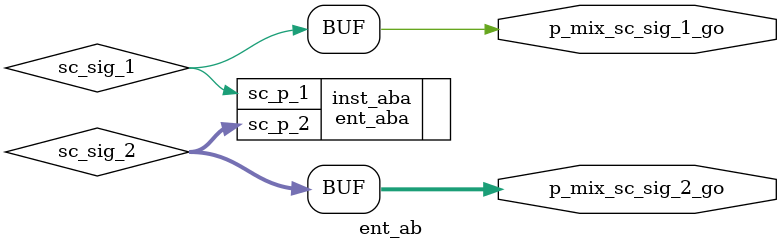
<source format=v>


`timescale 1ns/10ps




// No user `defines in this module


module ent_ab
//
// Generated Module inst_ab
//
	(
		p_mix_sc_sig_1_go,
		p_mix_sc_sig_2_go
	);

	// Generated Module Outputs:
		output		p_mix_sc_sig_1_go;
		output	[31:0]	p_mix_sc_sig_2_go;
	// Generated Wires:
		wire		p_mix_sc_sig_1_go;
		wire	[31:0]	p_mix_sc_sig_2_go;
// End of generated module header


	// Internal signals

	//
	// Generated Signal List
	//
		wire		sc_sig_1; // __W_PORT_SIGNAL_MAP_REQ
		wire	[31:0]	sc_sig_2; // __W_PORT_SIGNAL_MAP_REQ
	//
	// End of Generated Signal List
	//


	// %COMPILER_OPTS%

	//
	// Generated Signal Assignments
	//
		assign	p_mix_sc_sig_1_go	=	sc_sig_1;  // __I_O_BIT_PORT
		assign	p_mix_sc_sig_2_go	=	sc_sig_2;  // __I_O_BUS_PORT




	//
	// Generated Instances and Port Mappings
	//
		// Generated Instance Port Map for inst_aba
		ent_aba inst_aba (	// is i_mic32_top / hier inst_ab inst_aba inst_ab
			.sc_p_1(sc_sig_1),	// bad conection bits detected
			.sc_p_2(sc_sig_2)	// reverse orderreverse order
					// multiline comments
		);
		// End of Generated Instance Port Map for inst_aba



endmodule
//
// End of Generated Module struct of ent_ab
//

//
//!End of Module/s
// --------------------------------------------------------------

</source>
